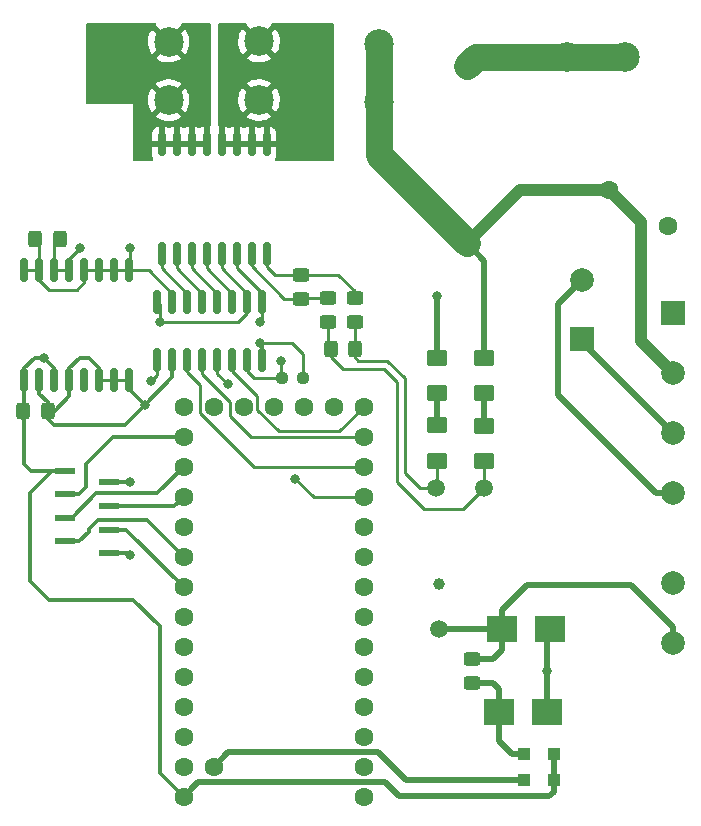
<source format=gtl>
G04 #@! TF.GenerationSoftware,KiCad,Pcbnew,(6.0.1-0)*
G04 #@! TF.CreationDate,2022-03-11T16:57:28+01:00*
G04 #@! TF.ProjectId,PowerAnalyzer_ACS71020_V2,506f7765-7241-46e6-916c-797a65725f41,2.2*
G04 #@! TF.SameCoordinates,Original*
G04 #@! TF.FileFunction,Copper,L1,Top*
G04 #@! TF.FilePolarity,Positive*
%FSLAX46Y46*%
G04 Gerber Fmt 4.6, Leading zero omitted, Abs format (unit mm)*
G04 Created by KiCad (PCBNEW (6.0.1-0)) date 2022-03-11 16:57:28*
%MOMM*%
%LPD*%
G01*
G04 APERTURE LIST*
G04 Aperture macros list*
%AMRoundRect*
0 Rectangle with rounded corners*
0 $1 Rounding radius*
0 $2 $3 $4 $5 $6 $7 $8 $9 X,Y pos of 4 corners*
0 Add a 4 corners polygon primitive as box body*
4,1,4,$2,$3,$4,$5,$6,$7,$8,$9,$2,$3,0*
0 Add four circle primitives for the rounded corners*
1,1,$1+$1,$2,$3*
1,1,$1+$1,$4,$5*
1,1,$1+$1,$6,$7*
1,1,$1+$1,$8,$9*
0 Add four rect primitives between the rounded corners*
20,1,$1+$1,$2,$3,$4,$5,0*
20,1,$1+$1,$4,$5,$6,$7,0*
20,1,$1+$1,$6,$7,$8,$9,0*
20,1,$1+$1,$8,$9,$2,$3,0*%
G04 Aperture macros list end*
G04 #@! TA.AperFunction,ComponentPad*
%ADD10C,2.500000*%
G04 #@! TD*
G04 #@! TA.AperFunction,SMDPad,CuDef*
%ADD11RoundRect,0.250001X0.624999X-0.462499X0.624999X0.462499X-0.624999X0.462499X-0.624999X-0.462499X0*%
G04 #@! TD*
G04 #@! TA.AperFunction,ComponentPad*
%ADD12R,2.000000X2.000000*%
G04 #@! TD*
G04 #@! TA.AperFunction,ComponentPad*
%ADD13C,2.000000*%
G04 #@! TD*
G04 #@! TA.AperFunction,ComponentPad*
%ADD14C,1.600000*%
G04 #@! TD*
G04 #@! TA.AperFunction,SMDPad,CuDef*
%ADD15RoundRect,0.249999X0.450001X-0.325001X0.450001X0.325001X-0.450001X0.325001X-0.450001X-0.325001X0*%
G04 #@! TD*
G04 #@! TA.AperFunction,SMDPad,CuDef*
%ADD16RoundRect,0.249999X0.325001X0.450001X-0.325001X0.450001X-0.325001X-0.450001X0.325001X-0.450001X0*%
G04 #@! TD*
G04 #@! TA.AperFunction,SMDPad,CuDef*
%ADD17RoundRect,0.250000X-0.450000X0.325000X-0.450000X-0.325000X0.450000X-0.325000X0.450000X0.325000X0*%
G04 #@! TD*
G04 #@! TA.AperFunction,SMDPad,CuDef*
%ADD18R,1.000000X1.000000*%
G04 #@! TD*
G04 #@! TA.AperFunction,SMDPad,CuDef*
%ADD19RoundRect,0.249999X-0.450001X0.325001X-0.450001X-0.325001X0.450001X-0.325001X0.450001X0.325001X0*%
G04 #@! TD*
G04 #@! TA.AperFunction,SMDPad,CuDef*
%ADD20RoundRect,0.150000X-0.150000X0.875000X-0.150000X-0.875000X0.150000X-0.875000X0.150000X0.875000X0*%
G04 #@! TD*
G04 #@! TA.AperFunction,SMDPad,CuDef*
%ADD21RoundRect,0.249999X-0.325001X-0.450001X0.325001X-0.450001X0.325001X0.450001X-0.325001X0.450001X0*%
G04 #@! TD*
G04 #@! TA.AperFunction,SMDPad,CuDef*
%ADD22RoundRect,0.150000X0.150000X-0.825000X0.150000X0.825000X-0.150000X0.825000X-0.150000X-0.825000X0*%
G04 #@! TD*
G04 #@! TA.AperFunction,SMDPad,CuDef*
%ADD23RoundRect,0.150000X0.150000X-0.875000X0.150000X0.875000X-0.150000X0.875000X-0.150000X-0.875000X0*%
G04 #@! TD*
G04 #@! TA.AperFunction,SMDPad,CuDef*
%ADD24R,2.560396X2.299995*%
G04 #@! TD*
G04 #@! TA.AperFunction,SMDPad,CuDef*
%ADD25R,1.700000X0.600000*%
G04 #@! TD*
G04 #@! TA.AperFunction,SMDPad,CuDef*
%ADD26RoundRect,0.237500X-0.250000X-0.237500X0.250000X-0.237500X0.250000X0.237500X-0.250000X0.237500X0*%
G04 #@! TD*
G04 #@! TA.AperFunction,SMDPad,CuDef*
%ADD27C,1.500000*%
G04 #@! TD*
G04 #@! TA.AperFunction,ComponentPad*
%ADD28C,1.000000*%
G04 #@! TD*
G04 #@! TA.AperFunction,ViaPad*
%ADD29C,0.800000*%
G04 #@! TD*
G04 #@! TA.AperFunction,Conductor*
%ADD30C,0.250000*%
G04 #@! TD*
G04 #@! TA.AperFunction,Conductor*
%ADD31C,0.300000*%
G04 #@! TD*
G04 #@! TA.AperFunction,Conductor*
%ADD32C,0.500000*%
G04 #@! TD*
G04 #@! TA.AperFunction,Conductor*
%ADD33C,2.250000*%
G04 #@! TD*
G04 #@! TA.AperFunction,Conductor*
%ADD34C,1.000000*%
G04 #@! TD*
G04 APERTURE END LIST*
D10*
X87668100Y-122986800D03*
X87668100Y-127936800D03*
X80010000Y-127949500D03*
X80010000Y-122999500D03*
D11*
X106750000Y-158487500D03*
X106750000Y-155512500D03*
D12*
X115000000Y-148193000D03*
D13*
X115000000Y-143193000D03*
D14*
X117300000Y-135600000D03*
X122300000Y-138600000D03*
D10*
X113730000Y-124265000D03*
X118680000Y-124265000D03*
D15*
X93500000Y-146775000D03*
X93500000Y-144725000D03*
D11*
X102750000Y-158475000D03*
X102750000Y-155500000D03*
X106750000Y-152737500D03*
X106750000Y-149762500D03*
D10*
X97790000Y-123190000D03*
X97790000Y-128140000D03*
D12*
X122700000Y-146000000D03*
D13*
X122700000Y-151080000D03*
X122700000Y-156160000D03*
X122700000Y-161240000D03*
X122700000Y-168860000D03*
X122700000Y-173940000D03*
D16*
X95775000Y-149000000D03*
X93725000Y-149000000D03*
D17*
X91250000Y-142750000D03*
X91250000Y-144800000D03*
D18*
X112600000Y-185500000D03*
X110100000Y-185500000D03*
D19*
X105664000Y-175251000D03*
X105664000Y-177301000D03*
D18*
X112600000Y-183350000D03*
X110100000Y-183350000D03*
D20*
X88303000Y-131693000D03*
X87033000Y-131693000D03*
X85763000Y-131693000D03*
X84493000Y-131693000D03*
X83223000Y-131693000D03*
X81953000Y-131693000D03*
X80683000Y-131693000D03*
X79413000Y-131693000D03*
X79413000Y-140993000D03*
X80683000Y-140993000D03*
X81953000Y-140993000D03*
X83223000Y-140993000D03*
X84493000Y-140993000D03*
X85763000Y-140993000D03*
X87033000Y-140993000D03*
X88303000Y-140993000D03*
D21*
X68725000Y-139750000D03*
X70775000Y-139750000D03*
D14*
X96520000Y-186944000D03*
X96520000Y-184404000D03*
X96520000Y-181864000D03*
X96520000Y-179324000D03*
X96520000Y-176784000D03*
X96520000Y-174244000D03*
X96520000Y-171704000D03*
X96520000Y-169164000D03*
X96520000Y-166624000D03*
X96520000Y-164084000D03*
X96520000Y-161544000D03*
X96520000Y-159004000D03*
X96520000Y-156464000D03*
X96520000Y-153924000D03*
X93980000Y-153924000D03*
X91440000Y-153924000D03*
X88900000Y-153924000D03*
X86360000Y-153924000D03*
X83820000Y-153924000D03*
X81280000Y-153924000D03*
X81280000Y-156464000D03*
X81280000Y-159004000D03*
X81280000Y-161544000D03*
X81280000Y-164084000D03*
X81280000Y-166624000D03*
X81280000Y-169164000D03*
X81280000Y-171704000D03*
X81280000Y-174244000D03*
X81280000Y-176784000D03*
X81280000Y-179324000D03*
X81280000Y-181864000D03*
X81280000Y-184404000D03*
X81280000Y-186944000D03*
X83820000Y-184404000D03*
D22*
X79055000Y-149975000D03*
X80325000Y-149975000D03*
X81595000Y-149975000D03*
X82865000Y-149975000D03*
X84135000Y-149975000D03*
X85405000Y-149975000D03*
X86675000Y-149975000D03*
X87945000Y-149975000D03*
X87945000Y-145025000D03*
X86675000Y-145025000D03*
X85405000Y-145025000D03*
X84135000Y-145025000D03*
X82865000Y-145025000D03*
X81595000Y-145025000D03*
X80325000Y-145025000D03*
X79055000Y-145025000D03*
D13*
X105250000Y-125088000D03*
X105250000Y-140088000D03*
D23*
X67805000Y-151650000D03*
X69075000Y-151650000D03*
X70345000Y-151650000D03*
X71615000Y-151650000D03*
X72885000Y-151650000D03*
X74155000Y-151650000D03*
X75425000Y-151650000D03*
X76695000Y-151650000D03*
X76695000Y-142350000D03*
X75425000Y-142350000D03*
X74155000Y-142350000D03*
X72885000Y-142350000D03*
X71615000Y-142350000D03*
X70345000Y-142350000D03*
X69075000Y-142350000D03*
X67805000Y-142350000D03*
D21*
X67725000Y-154250000D03*
X69775000Y-154250000D03*
D24*
X108227804Y-172750000D03*
X112272196Y-172750000D03*
D11*
X102750000Y-152737500D03*
X102750000Y-149762500D03*
D15*
X95750000Y-146775000D03*
X95750000Y-144725000D03*
D24*
X107977804Y-179750000D03*
X112022196Y-179750000D03*
D25*
X71270000Y-159320000D03*
X74970000Y-160320000D03*
X71270000Y-161320000D03*
X74970000Y-162320000D03*
X71270000Y-163320000D03*
X74970000Y-164320000D03*
X71270000Y-165320000D03*
X74970000Y-166320000D03*
D26*
X89587500Y-151500000D03*
X91412500Y-151500000D03*
D27*
X106680000Y-160782000D03*
X102870000Y-172720000D03*
D28*
X102870000Y-168910000D03*
D27*
X102616000Y-160782000D03*
D29*
X87750000Y-146750000D03*
X76750000Y-140500000D03*
X87750000Y-148500000D03*
X78000000Y-153750000D03*
X76750000Y-160250000D03*
X76750000Y-166500000D03*
X112022196Y-176267804D03*
X79250000Y-146750000D03*
X72500000Y-140500000D03*
X75250000Y-122000000D03*
X82804000Y-124968000D03*
X74000000Y-122000000D03*
X82804000Y-123444000D03*
X82804000Y-121920000D03*
X74000000Y-125750000D03*
X82804000Y-126492000D03*
X77500000Y-122000000D03*
X74000000Y-124500000D03*
X74000000Y-127000000D03*
X76500000Y-122000000D03*
X82804000Y-128016000D03*
X74000000Y-123250000D03*
X69500000Y-149750000D03*
X78500000Y-151750000D03*
X90750000Y-160000000D03*
X89500000Y-150000000D03*
X93250000Y-128250000D03*
X102750000Y-144500000D03*
X84900000Y-121900000D03*
X84900000Y-128000000D03*
X90750000Y-122000000D03*
X93250000Y-129500000D03*
X84900000Y-123400000D03*
X93250000Y-132000000D03*
X93250000Y-122000000D03*
X93250000Y-127000000D03*
X93250000Y-123250000D03*
X84900000Y-125000000D03*
X92000000Y-122000000D03*
X93250000Y-124500000D03*
X84900000Y-126500000D03*
X93250000Y-130750000D03*
X93250000Y-125750000D03*
X85000000Y-152000000D03*
D30*
X78350000Y-142350000D02*
X76695000Y-142350000D01*
X69075000Y-142350000D02*
X69075000Y-143175000D01*
X85763000Y-142123000D02*
X85763000Y-140993000D01*
X87945000Y-144305000D02*
X85763000Y-142123000D01*
X72885000Y-143375000D02*
X72885000Y-142350000D01*
X87945000Y-145025000D02*
X87945000Y-144305000D01*
X87945000Y-145025000D02*
X87945000Y-146555000D01*
X69900000Y-144000000D02*
X72260000Y-144000000D01*
X76750000Y-140500000D02*
X76750000Y-142295000D01*
X80325000Y-144325000D02*
X78350000Y-142350000D01*
X69075000Y-142350000D02*
X69075000Y-140100000D01*
X80325000Y-145025000D02*
X80325000Y-144325000D01*
X72260000Y-144000000D02*
X72885000Y-143375000D01*
X67805000Y-142350000D02*
X69075000Y-142350000D01*
X76750000Y-142295000D02*
X76695000Y-142350000D01*
X87945000Y-146555000D02*
X87750000Y-146750000D01*
X69075000Y-143175000D02*
X69900000Y-144000000D01*
X76695000Y-142350000D02*
X72885000Y-142350000D01*
X69075000Y-140100000D02*
X68725000Y-139750000D01*
D31*
X69075000Y-152825000D02*
X69775000Y-153525000D01*
X71615000Y-152985000D02*
X71615000Y-152675000D01*
D30*
X90500000Y-148500000D02*
X87750000Y-148500000D01*
D31*
X80325000Y-151425000D02*
X80325000Y-149975000D01*
X70350000Y-154250000D02*
X71615000Y-152985000D01*
X76695000Y-152445000D02*
X78000000Y-153750000D01*
D30*
X76695000Y-151650000D02*
X74155000Y-151650000D01*
X87945000Y-148695000D02*
X87750000Y-148500000D01*
D31*
X69775000Y-154250000D02*
X69775000Y-154950000D01*
X71615000Y-152675000D02*
X71615000Y-151650000D01*
X71615000Y-150625000D02*
X72490000Y-149750000D01*
X74970000Y-166320000D02*
X76570000Y-166320000D01*
X74155000Y-150625000D02*
X74155000Y-151650000D01*
X78000000Y-153750000D02*
X80325000Y-151425000D01*
D32*
X112022196Y-176267804D02*
X112022196Y-173000000D01*
D31*
X76680000Y-160320000D02*
X76750000Y-160250000D01*
X71615000Y-151650000D02*
X71615000Y-150625000D01*
X69075000Y-151650000D02*
X69075000Y-152825000D01*
X76570000Y-166320000D02*
X76750000Y-166500000D01*
D32*
X112022196Y-173000000D02*
X112272196Y-172750000D01*
D31*
X69775000Y-154250000D02*
X70350000Y-154250000D01*
X76695000Y-151650000D02*
X76695000Y-152445000D01*
X72490000Y-149750000D02*
X73280000Y-149750000D01*
X76300000Y-155450000D02*
X78000000Y-153750000D01*
D30*
X91412500Y-151500000D02*
X91412500Y-149412500D01*
D31*
X74970000Y-160320000D02*
X76680000Y-160320000D01*
D30*
X87945000Y-149975000D02*
X87945000Y-148695000D01*
D31*
X70275000Y-155450000D02*
X76300000Y-155450000D01*
X69775000Y-153525000D02*
X69775000Y-154250000D01*
D30*
X91412500Y-149412500D02*
X90500000Y-148500000D01*
D31*
X69775000Y-154950000D02*
X70275000Y-155450000D01*
X73280000Y-149750000D02*
X74155000Y-150625000D01*
D32*
X112022196Y-176267804D02*
X112022196Y-179750000D01*
D30*
X99325010Y-151825010D02*
X98250000Y-150750000D01*
X93500000Y-148775000D02*
X93725000Y-149000000D01*
X93725000Y-149700000D02*
X93725000Y-149000000D01*
X98250000Y-150750000D02*
X94775000Y-150750000D01*
X94775000Y-150750000D02*
X93725000Y-149700000D01*
X106750000Y-160712000D02*
X106680000Y-160782000D01*
X106680000Y-160782000D02*
X104902000Y-162560000D01*
X93500000Y-146775000D02*
X93500000Y-148775000D01*
X104902000Y-162560000D02*
X101600000Y-162560000D01*
X99325010Y-160285010D02*
X99325010Y-151825010D01*
X106750000Y-158487500D02*
X106750000Y-160712000D01*
X101600000Y-162560000D02*
X99325010Y-160285010D01*
X95750000Y-148975000D02*
X95775000Y-149000000D01*
X102750000Y-160648000D02*
X102616000Y-160782000D01*
X100000000Y-151500000D02*
X98500000Y-150000000D01*
X98500000Y-150000000D02*
X96075000Y-150000000D01*
X102616000Y-160782000D02*
X101282000Y-160782000D01*
X102750000Y-158475000D02*
X102750000Y-160648000D01*
X95750000Y-146775000D02*
X95750000Y-148975000D01*
X96075000Y-150000000D02*
X95775000Y-149700000D01*
X100000000Y-159500000D02*
X100000000Y-151500000D01*
X101282000Y-160782000D02*
X100000000Y-159500000D01*
X95775000Y-149700000D02*
X95775000Y-149000000D01*
D32*
X106750000Y-152737500D02*
X106750000Y-155512500D01*
X108227804Y-171100003D02*
X110327807Y-169000000D01*
X102900000Y-172750000D02*
X102870000Y-172720000D01*
X110327807Y-169000000D02*
X119174213Y-169000000D01*
X108227804Y-172750000D02*
X102900000Y-172750000D01*
X122700000Y-172525787D02*
X122700000Y-173940000D01*
X108227804Y-172750000D02*
X108227804Y-174474196D01*
X119174213Y-169000000D02*
X122700000Y-172525787D01*
X108227804Y-174474196D02*
X107451000Y-175251000D01*
X107451000Y-175251000D02*
X105664000Y-175251000D01*
X108227804Y-171100003D02*
X108227804Y-172750000D01*
D30*
X79250000Y-145220000D02*
X79055000Y-145025000D01*
X86675000Y-144325000D02*
X84493000Y-142143000D01*
X71615000Y-142350000D02*
X70345000Y-142350000D01*
X79250000Y-146750000D02*
X79250000Y-145220000D01*
X71615000Y-142350000D02*
X71615000Y-141385000D01*
X85925000Y-146750000D02*
X86675000Y-146000000D01*
X71615000Y-141385000D02*
X72500000Y-140500000D01*
X86675000Y-145025000D02*
X86675000Y-146000000D01*
X70345000Y-140180000D02*
X70775000Y-139750000D01*
X79250000Y-146750000D02*
X85925000Y-146750000D01*
X84493000Y-142143000D02*
X84493000Y-140993000D01*
X70345000Y-142350000D02*
X70345000Y-140180000D01*
X86675000Y-145025000D02*
X86675000Y-144325000D01*
D31*
X81280000Y-156464000D02*
X75286000Y-156464000D01*
X73000000Y-160740000D02*
X72420000Y-161320000D01*
X75286000Y-156464000D02*
X73000000Y-158750000D01*
X73000000Y-158750000D02*
X73000000Y-160740000D01*
X72420000Y-161320000D02*
X71270000Y-161320000D01*
X80504000Y-162320000D02*
X81280000Y-161544000D01*
X74970000Y-162320000D02*
X80504000Y-162320000D01*
X79034000Y-161250000D02*
X81280000Y-159004000D01*
X73890000Y-161250000D02*
X79034000Y-161250000D01*
X71270000Y-163320000D02*
X71820000Y-163320000D01*
X71820000Y-163320000D02*
X73890000Y-161250000D01*
X74970000Y-164320000D02*
X76436000Y-164320000D01*
X76436000Y-164320000D02*
X81280000Y-169164000D01*
X74009998Y-163500000D02*
X78156000Y-163500000D01*
X71270000Y-165320000D02*
X72420000Y-165320000D01*
X78156000Y-163500000D02*
X81280000Y-166624000D01*
X73250000Y-164490000D02*
X73250000Y-164259998D01*
X72420000Y-165320000D02*
X73250000Y-164490000D01*
X73250000Y-164259998D02*
X74009998Y-163500000D01*
D30*
X79413000Y-142163000D02*
X79413000Y-140993000D01*
X81595000Y-145025000D02*
X81595000Y-144345000D01*
X81595000Y-144345000D02*
X79413000Y-142163000D01*
X82865000Y-144385000D02*
X80683000Y-142203000D01*
X80683000Y-142203000D02*
X80683000Y-142018000D01*
X80683000Y-142018000D02*
X80683000Y-140993000D01*
X82865000Y-145025000D02*
X82865000Y-144385000D01*
X81953000Y-142183000D02*
X81953000Y-140993000D01*
X84135000Y-144365000D02*
X81953000Y-142183000D01*
X84135000Y-145025000D02*
X84135000Y-144365000D01*
X85405000Y-145025000D02*
X85405000Y-144345000D01*
X85405000Y-144345000D02*
X83223000Y-142163000D01*
X83223000Y-142163000D02*
X83223000Y-140993000D01*
X95750000Y-144150000D02*
X95750000Y-144725000D01*
X91250000Y-142750000D02*
X94350000Y-142750000D01*
X91250000Y-142750000D02*
X89000000Y-142750000D01*
X89000000Y-142750000D02*
X88303000Y-142053000D01*
X88303000Y-140993000D02*
X88303000Y-142053000D01*
X94350000Y-142750000D02*
X95750000Y-144150000D01*
X96534000Y-171704000D02*
X96520000Y-171704000D01*
X96534000Y-169164000D02*
X96520000Y-169164000D01*
D31*
X70345000Y-151650000D02*
X70345000Y-150625000D01*
D30*
X79055000Y-151195000D02*
X78500000Y-151750000D01*
D31*
X67750000Y-158750000D02*
X68320000Y-159320000D01*
D32*
X82530001Y-185693999D02*
X82079999Y-186144001D01*
D31*
X67750000Y-154975000D02*
X67750000Y-158750000D01*
D32*
X82079999Y-186144001D02*
X81280000Y-186944000D01*
D30*
X79055000Y-149975000D02*
X79055000Y-151195000D01*
D32*
X112600000Y-185500000D02*
X112600000Y-186500000D01*
D31*
X71270000Y-159320000D02*
X70120000Y-159320000D01*
X69500000Y-149750000D02*
X69470000Y-149750000D01*
X67805000Y-151650000D02*
X67805000Y-154170000D01*
X79250000Y-184914000D02*
X81280000Y-186944000D01*
X68680000Y-149750000D02*
X67805000Y-150625000D01*
D32*
X98293999Y-185693999D02*
X82530001Y-185693999D01*
D31*
X67805000Y-150625000D02*
X67805000Y-151650000D01*
X77018992Y-170250000D02*
X79250000Y-172481008D01*
D32*
X112600000Y-186500000D02*
X112200000Y-186900000D01*
X112200000Y-186900000D02*
X99500000Y-186900000D01*
D31*
X79250000Y-172481008D02*
X79250000Y-184914000D01*
X69871028Y-170250000D02*
X77018992Y-170250000D01*
X68250000Y-161190000D02*
X68250000Y-168628972D01*
X68320000Y-159320000D02*
X71270000Y-159320000D01*
X70120000Y-159320000D02*
X68250000Y-161190000D01*
X69470000Y-149750000D02*
X68680000Y-149750000D01*
X70345000Y-150625000D02*
X69500000Y-149750000D01*
X67725000Y-154250000D02*
X67725000Y-154950000D01*
X67725000Y-154950000D02*
X67750000Y-154975000D01*
D32*
X112600000Y-183350000D02*
X112600000Y-185500000D01*
D31*
X68250000Y-168628972D02*
X69871028Y-170250000D01*
D32*
X99500000Y-186900000D02*
X98293999Y-185693999D01*
X122700000Y-156160000D02*
X115000000Y-148460000D01*
X115000000Y-148460000D02*
X115000000Y-148193000D01*
X107977804Y-177827804D02*
X107451000Y-177301000D01*
X107977804Y-179750000D02*
X107977804Y-177827804D01*
X107451000Y-177301000D02*
X105664000Y-177301000D01*
X109100000Y-183350000D02*
X107977804Y-182227804D01*
X110100000Y-183350000D02*
X109100000Y-183350000D01*
X107977804Y-182227804D02*
X107977804Y-179750000D01*
D30*
X87033000Y-142018000D02*
X87033000Y-140993000D01*
X91250000Y-144800000D02*
X89815000Y-144800000D01*
X89815000Y-144800000D02*
X87033000Y-142018000D01*
X93500000Y-144725000D02*
X91325000Y-144725000D01*
X91325000Y-144725000D02*
X91250000Y-144800000D01*
D32*
X85070001Y-183153999D02*
X97753999Y-183153999D01*
X100100000Y-185500000D02*
X110100000Y-185500000D01*
X83820000Y-184404000D02*
X85070001Y-183153999D01*
X97753999Y-183153999D02*
X100100000Y-185500000D01*
D33*
X113730000Y-124265000D02*
X106073000Y-124265000D01*
X118680000Y-124265000D02*
X113730000Y-124265000D01*
X106073000Y-124265000D02*
X105250000Y-125088000D01*
D32*
X113000000Y-145193000D02*
X115000000Y-143193000D01*
X121285787Y-161240000D02*
X113000000Y-152954213D01*
X113000000Y-152954213D02*
X113000000Y-145193000D01*
X122700000Y-161240000D02*
X121285787Y-161240000D01*
D30*
X92294000Y-161544000D02*
X90750000Y-160000000D01*
X89500000Y-150000000D02*
X89500000Y-151412500D01*
X87250000Y-151500000D02*
X89587500Y-151500000D01*
D31*
X89500000Y-151412500D02*
X89587500Y-151500000D01*
D30*
X86675000Y-150925000D02*
X87250000Y-151500000D01*
X96520000Y-161544000D02*
X92294000Y-161544000D01*
X86675000Y-149975000D02*
X86675000Y-150925000D01*
X82694999Y-152049999D02*
X82694999Y-154464001D01*
X81595000Y-150950000D02*
X82694999Y-152049999D01*
X81595000Y-149975000D02*
X81595000Y-150950000D01*
X87234998Y-159004000D02*
X95388630Y-159004000D01*
X82694999Y-154464001D02*
X87234998Y-159004000D01*
X95388630Y-159004000D02*
X96520000Y-159004000D01*
D32*
X106750000Y-146762500D02*
X106750000Y-141588000D01*
X106750000Y-146762500D02*
X106750000Y-149762500D01*
D33*
X97790000Y-132628000D02*
X105250000Y-140088000D01*
D34*
X122700000Y-151080000D02*
X120000000Y-148380000D01*
X117300000Y-135600000D02*
X109738000Y-135600000D01*
D32*
X106750000Y-141588000D02*
X105250000Y-140088000D01*
D34*
X120000000Y-138300000D02*
X117300000Y-135600000D01*
X109738000Y-135600000D02*
X105250000Y-140088000D01*
D33*
X97790000Y-128140000D02*
X97790000Y-132628000D01*
X97790000Y-123190000D02*
X97790000Y-128140000D01*
D34*
X120000000Y-148380000D02*
X120000000Y-138300000D01*
D32*
X102750000Y-146762500D02*
X102750000Y-144500000D01*
X102750000Y-146762500D02*
X102750000Y-149762500D01*
D30*
X82865000Y-149975000D02*
X82865000Y-151115000D01*
X82865000Y-151115000D02*
X85234999Y-153484999D01*
X86964000Y-156464000D02*
X96520000Y-156464000D01*
X85234999Y-153484999D02*
X85234999Y-154734999D01*
X85234999Y-154734999D02*
X86964000Y-156464000D01*
X84135000Y-151135000D02*
X85000000Y-152000000D01*
X84135000Y-149975000D02*
X84135000Y-151135000D01*
X89339825Y-155989480D02*
X87509511Y-154159166D01*
X85405000Y-150905000D02*
X85405000Y-149975000D01*
X96520000Y-153924000D02*
X94454520Y-155989480D01*
X87509511Y-153009511D02*
X85405000Y-150905000D01*
X87509511Y-154159166D02*
X87509511Y-153009511D01*
X94454520Y-155989480D02*
X89339825Y-155989480D01*
D32*
X102750000Y-152737500D02*
X102750000Y-155500000D01*
G04 #@! TA.AperFunction,Conductor*
G36*
X86566389Y-121432002D02*
G01*
X86612882Y-121485658D01*
X86623144Y-121554795D01*
X86620562Y-121573991D01*
X86625889Y-121585379D01*
X87655288Y-122614778D01*
X87669232Y-122622392D01*
X87671065Y-122622261D01*
X87677680Y-122618010D01*
X88706519Y-121589171D01*
X88714134Y-121575227D01*
X88712114Y-121546989D01*
X88727205Y-121477615D01*
X88777408Y-121427412D01*
X88837793Y-121412000D01*
X93874000Y-121412000D01*
X93942121Y-121432002D01*
X93988614Y-121485658D01*
X94000000Y-121538000D01*
X94000000Y-132970000D01*
X93979998Y-133038121D01*
X93926342Y-133084614D01*
X93874000Y-133096000D01*
X89126100Y-133096000D01*
X89057979Y-133075998D01*
X89011486Y-133022342D01*
X89001382Y-132952068D01*
X89017646Y-132905861D01*
X89057648Y-132838221D01*
X89063893Y-132823790D01*
X89106269Y-132677935D01*
X89108570Y-132665333D01*
X89110807Y-132636916D01*
X89111000Y-132631986D01*
X89111000Y-131965115D01*
X89106525Y-131949876D01*
X89105135Y-131948671D01*
X89097452Y-131947000D01*
X84365000Y-131947000D01*
X84296879Y-131926998D01*
X84250386Y-131873342D01*
X84239000Y-131821000D01*
X84239000Y-131420885D01*
X84747000Y-131420885D01*
X84751475Y-131436124D01*
X84752865Y-131437329D01*
X84760548Y-131439000D01*
X85490885Y-131439000D01*
X85506124Y-131434525D01*
X85507329Y-131433135D01*
X85509000Y-131425452D01*
X85509000Y-131420885D01*
X86017000Y-131420885D01*
X86021475Y-131436124D01*
X86022865Y-131437329D01*
X86030548Y-131439000D01*
X86760885Y-131439000D01*
X86776124Y-131434525D01*
X86777329Y-131433135D01*
X86779000Y-131425452D01*
X86779000Y-131420885D01*
X87287000Y-131420885D01*
X87291475Y-131436124D01*
X87292865Y-131437329D01*
X87300548Y-131439000D01*
X88030885Y-131439000D01*
X88046124Y-131434525D01*
X88047329Y-131433135D01*
X88049000Y-131425452D01*
X88049000Y-131420885D01*
X88557000Y-131420885D01*
X88561475Y-131436124D01*
X88562865Y-131437329D01*
X88570548Y-131439000D01*
X89092884Y-131439000D01*
X89108123Y-131434525D01*
X89109328Y-131433135D01*
X89110999Y-131425452D01*
X89110999Y-130754017D01*
X89110805Y-130749080D01*
X89108570Y-130720664D01*
X89106270Y-130708069D01*
X89063893Y-130562210D01*
X89057648Y-130547779D01*
X88981089Y-130418322D01*
X88971449Y-130405896D01*
X88865104Y-130299551D01*
X88852678Y-130289911D01*
X88723221Y-130213352D01*
X88708790Y-130207107D01*
X88574395Y-130168061D01*
X88560294Y-130168101D01*
X88557000Y-130175370D01*
X88557000Y-131420885D01*
X88049000Y-131420885D01*
X88049000Y-130181122D01*
X88045027Y-130167591D01*
X88037129Y-130166456D01*
X87897210Y-130207107D01*
X87882779Y-130213352D01*
X87753322Y-130289912D01*
X87745230Y-130296189D01*
X87679146Y-130322139D01*
X87609523Y-130308241D01*
X87590770Y-130296189D01*
X87582678Y-130289912D01*
X87453221Y-130213352D01*
X87438790Y-130207107D01*
X87304395Y-130168061D01*
X87290294Y-130168101D01*
X87287000Y-130175370D01*
X87287000Y-131420885D01*
X86779000Y-131420885D01*
X86779000Y-130181122D01*
X86775027Y-130167591D01*
X86767129Y-130166456D01*
X86627210Y-130207107D01*
X86612779Y-130213352D01*
X86483322Y-130289912D01*
X86475230Y-130296189D01*
X86409146Y-130322139D01*
X86339523Y-130308241D01*
X86320770Y-130296189D01*
X86312678Y-130289912D01*
X86183221Y-130213352D01*
X86168790Y-130207107D01*
X86034395Y-130168061D01*
X86020294Y-130168101D01*
X86017000Y-130175370D01*
X86017000Y-131420885D01*
X85509000Y-131420885D01*
X85509000Y-130181122D01*
X85505027Y-130167591D01*
X85497129Y-130166456D01*
X85357210Y-130207107D01*
X85342779Y-130213352D01*
X85213322Y-130289912D01*
X85205230Y-130296189D01*
X85139146Y-130322139D01*
X85069523Y-130308241D01*
X85050770Y-130296189D01*
X85042678Y-130289912D01*
X84913221Y-130213352D01*
X84898790Y-130207107D01*
X84764395Y-130168061D01*
X84750294Y-130168101D01*
X84747000Y-130175370D01*
X84747000Y-131420885D01*
X84239000Y-131420885D01*
X84239000Y-130181122D01*
X84230811Y-130153234D01*
X84206104Y-130114791D01*
X84201000Y-130079291D01*
X84201000Y-129345933D01*
X86623712Y-129345933D01*
X86632425Y-129357453D01*
X86730118Y-129429084D01*
X86738028Y-129434027D01*
X86960990Y-129551333D01*
X86969553Y-129555056D01*
X87207404Y-129638118D01*
X87216413Y-129640532D01*
X87463942Y-129687527D01*
X87473198Y-129688581D01*
X87724957Y-129698473D01*
X87734271Y-129698147D01*
X87984715Y-129670720D01*
X87993892Y-129669019D01*
X88237531Y-129604874D01*
X88246351Y-129601837D01*
X88477836Y-129502383D01*
X88486108Y-129498076D01*
X88700349Y-129365500D01*
X88707288Y-129360458D01*
X88715618Y-129347819D01*
X88709556Y-129337466D01*
X87680912Y-128308822D01*
X87666968Y-128301208D01*
X87665135Y-128301339D01*
X87658520Y-128305590D01*
X86630370Y-129333740D01*
X86623712Y-129345933D01*
X84201000Y-129345933D01*
X84201000Y-127895323D01*
X85905998Y-127895323D01*
X85918087Y-128146975D01*
X85919224Y-128156235D01*
X85968374Y-128403335D01*
X85970868Y-128412328D01*
X86056000Y-128649439D01*
X86059800Y-128657974D01*
X86179046Y-128879901D01*
X86184057Y-128887768D01*
X86247546Y-128972790D01*
X86258804Y-128981239D01*
X86271223Y-128974467D01*
X87296078Y-127949612D01*
X87302456Y-127937932D01*
X88032508Y-127937932D01*
X88032639Y-127939765D01*
X88036890Y-127946380D01*
X89068013Y-128977503D01*
X89080393Y-128984263D01*
X89088734Y-128978019D01*
X89214865Y-128781927D01*
X89219312Y-128773736D01*
X89322791Y-128544022D01*
X89325982Y-128535255D01*
X89394369Y-128292776D01*
X89396229Y-128283634D01*
X89428216Y-128032196D01*
X89428697Y-128025908D01*
X89430947Y-127939960D01*
X89430796Y-127933651D01*
X89412012Y-127680874D01*
X89410636Y-127671668D01*
X89355029Y-127425926D01*
X89352305Y-127417015D01*
X89260988Y-127182192D01*
X89256977Y-127173783D01*
X89131954Y-126955040D01*
X89126743Y-126947314D01*
X89089491Y-126900061D01*
X89077566Y-126891590D01*
X89066034Y-126898076D01*
X88040122Y-127923988D01*
X88032508Y-127937932D01*
X87302456Y-127937932D01*
X87303692Y-127935668D01*
X87303561Y-127933835D01*
X87299310Y-127927220D01*
X86269421Y-126897331D01*
X86256113Y-126890064D01*
X86246074Y-126897186D01*
X86235861Y-126909466D01*
X86230446Y-126917058D01*
X86099746Y-127132446D01*
X86095508Y-127140763D01*
X85998081Y-127373099D01*
X85995120Y-127381949D01*
X85933106Y-127626131D01*
X85931484Y-127635328D01*
X85906243Y-127885998D01*
X85905998Y-127895323D01*
X84201000Y-127895323D01*
X84201000Y-126525603D01*
X86621316Y-126525603D01*
X86625889Y-126535379D01*
X87655288Y-127564778D01*
X87669232Y-127572392D01*
X87671065Y-127572261D01*
X87677680Y-127568010D01*
X88706519Y-126539171D01*
X88712903Y-126527481D01*
X88703491Y-126515370D01*
X88566693Y-126420470D01*
X88558665Y-126415742D01*
X88332693Y-126304305D01*
X88324060Y-126300817D01*
X88084098Y-126224005D01*
X88075038Y-126221829D01*
X87826360Y-126181329D01*
X87817073Y-126180517D01*
X87565153Y-126177219D01*
X87555842Y-126177789D01*
X87306197Y-126211764D01*
X87297078Y-126213702D01*
X87055198Y-126284204D01*
X87046467Y-126287467D01*
X86817658Y-126392951D01*
X86809506Y-126397470D01*
X86630453Y-126514862D01*
X86621316Y-126525603D01*
X84201000Y-126525603D01*
X84201000Y-124395933D01*
X86623712Y-124395933D01*
X86632425Y-124407453D01*
X86730118Y-124479084D01*
X86738028Y-124484027D01*
X86960990Y-124601333D01*
X86969553Y-124605056D01*
X87207404Y-124688118D01*
X87216413Y-124690532D01*
X87463942Y-124737527D01*
X87473198Y-124738581D01*
X87724957Y-124748473D01*
X87734271Y-124748147D01*
X87984715Y-124720720D01*
X87993892Y-124719019D01*
X88237531Y-124654874D01*
X88246351Y-124651837D01*
X88477836Y-124552383D01*
X88486108Y-124548076D01*
X88700349Y-124415500D01*
X88707288Y-124410458D01*
X88715618Y-124397819D01*
X88709556Y-124387466D01*
X87680912Y-123358822D01*
X87666968Y-123351208D01*
X87665135Y-123351339D01*
X87658520Y-123355590D01*
X86630370Y-124383740D01*
X86623712Y-124395933D01*
X84201000Y-124395933D01*
X84201000Y-122945323D01*
X85905998Y-122945323D01*
X85918087Y-123196975D01*
X85919224Y-123206235D01*
X85968374Y-123453335D01*
X85970868Y-123462328D01*
X86056000Y-123699439D01*
X86059800Y-123707974D01*
X86179046Y-123929901D01*
X86184057Y-123937768D01*
X86247546Y-124022790D01*
X86258804Y-124031239D01*
X86271223Y-124024467D01*
X87296078Y-122999612D01*
X87302456Y-122987932D01*
X88032508Y-122987932D01*
X88032639Y-122989765D01*
X88036890Y-122996380D01*
X89068013Y-124027503D01*
X89080393Y-124034263D01*
X89088734Y-124028019D01*
X89214865Y-123831927D01*
X89219312Y-123823736D01*
X89322791Y-123594022D01*
X89325982Y-123585255D01*
X89394369Y-123342776D01*
X89396229Y-123333634D01*
X89428216Y-123082196D01*
X89428697Y-123075908D01*
X89430947Y-122989960D01*
X89430796Y-122983651D01*
X89412012Y-122730874D01*
X89410636Y-122721668D01*
X89355029Y-122475926D01*
X89352305Y-122467015D01*
X89260988Y-122232192D01*
X89256977Y-122223783D01*
X89131954Y-122005040D01*
X89126743Y-121997314D01*
X89089491Y-121950061D01*
X89077566Y-121941590D01*
X89066034Y-121948076D01*
X88040122Y-122973988D01*
X88032508Y-122987932D01*
X87302456Y-122987932D01*
X87303692Y-122985668D01*
X87303561Y-122983835D01*
X87299310Y-122977220D01*
X86269421Y-121947331D01*
X86256113Y-121940064D01*
X86246074Y-121947186D01*
X86235861Y-121959466D01*
X86230446Y-121967058D01*
X86099746Y-122182446D01*
X86095508Y-122190763D01*
X85998081Y-122423099D01*
X85995120Y-122431949D01*
X85933106Y-122676131D01*
X85931484Y-122685328D01*
X85906243Y-122935998D01*
X85905998Y-122945323D01*
X84201000Y-122945323D01*
X84201000Y-121538000D01*
X84221002Y-121469879D01*
X84274658Y-121423386D01*
X84327000Y-121412000D01*
X86498268Y-121412000D01*
X86566389Y-121432002D01*
G37*
G04 #@! TD.AperFunction*
G04 #@! TA.AperFunction,Conductor*
G36*
X78842164Y-121410212D02*
G01*
X78910277Y-121430240D01*
X78956749Y-121483913D01*
X78966992Y-121553006D01*
X78962462Y-121586690D01*
X78967789Y-121598079D01*
X79997188Y-122627478D01*
X80011132Y-122635092D01*
X80012965Y-122634961D01*
X80019580Y-122630710D01*
X81048419Y-121601871D01*
X81056033Y-121587927D01*
X81054441Y-121565660D01*
X81047626Y-121548349D01*
X81061463Y-121478714D01*
X81110751Y-121427614D01*
X81173169Y-121411094D01*
X83440049Y-121411952D01*
X83508161Y-121431980D01*
X83554633Y-121485653D01*
X83566000Y-121537952D01*
X83566000Y-130042961D01*
X83545998Y-130111082D01*
X83508423Y-130148764D01*
X83481030Y-130166479D01*
X83477000Y-130175371D01*
X83477000Y-131821000D01*
X83456998Y-131889121D01*
X83403342Y-131935614D01*
X83351000Y-131947000D01*
X78623116Y-131947000D01*
X78607877Y-131951475D01*
X78606672Y-131952865D01*
X78605001Y-131960548D01*
X78605001Y-132631984D01*
X78605195Y-132636920D01*
X78607430Y-132665336D01*
X78609730Y-132677931D01*
X78652107Y-132823790D01*
X78658352Y-132838221D01*
X78697239Y-132903976D01*
X78714698Y-132972792D01*
X78692181Y-133040124D01*
X78636836Y-133084593D01*
X78588737Y-133094115D01*
X77176975Y-133093581D01*
X77125952Y-133093562D01*
X77057839Y-133073534D01*
X77011367Y-133019861D01*
X77000000Y-132967562D01*
X77000000Y-131420885D01*
X78605000Y-131420885D01*
X78609475Y-131436124D01*
X78610865Y-131437329D01*
X78618548Y-131439000D01*
X79140885Y-131439000D01*
X79156124Y-131434525D01*
X79157329Y-131433135D01*
X79159000Y-131425452D01*
X79159000Y-131420885D01*
X79667000Y-131420885D01*
X79671475Y-131436124D01*
X79672865Y-131437329D01*
X79680548Y-131439000D01*
X80410885Y-131439000D01*
X80426124Y-131434525D01*
X80427329Y-131433135D01*
X80429000Y-131425452D01*
X80429000Y-131420885D01*
X80937000Y-131420885D01*
X80941475Y-131436124D01*
X80942865Y-131437329D01*
X80950548Y-131439000D01*
X81680885Y-131439000D01*
X81696124Y-131434525D01*
X81697329Y-131433135D01*
X81699000Y-131425452D01*
X81699000Y-131420885D01*
X82207000Y-131420885D01*
X82211475Y-131436124D01*
X82212865Y-131437329D01*
X82220548Y-131439000D01*
X82950885Y-131439000D01*
X82966124Y-131434525D01*
X82967329Y-131433135D01*
X82969000Y-131425452D01*
X82969000Y-130181122D01*
X82965027Y-130167591D01*
X82957129Y-130166456D01*
X82817210Y-130207107D01*
X82802779Y-130213352D01*
X82673322Y-130289912D01*
X82665230Y-130296189D01*
X82599146Y-130322139D01*
X82529523Y-130308241D01*
X82510770Y-130296189D01*
X82502678Y-130289912D01*
X82373221Y-130213352D01*
X82358790Y-130207107D01*
X82224395Y-130168061D01*
X82210294Y-130168101D01*
X82207000Y-130175370D01*
X82207000Y-131420885D01*
X81699000Y-131420885D01*
X81699000Y-130181122D01*
X81695027Y-130167591D01*
X81687129Y-130166456D01*
X81547210Y-130207107D01*
X81532779Y-130213352D01*
X81403322Y-130289912D01*
X81395230Y-130296189D01*
X81329146Y-130322139D01*
X81259523Y-130308241D01*
X81240770Y-130296189D01*
X81232678Y-130289912D01*
X81103221Y-130213352D01*
X81088790Y-130207107D01*
X80954395Y-130168061D01*
X80940294Y-130168101D01*
X80937000Y-130175370D01*
X80937000Y-131420885D01*
X80429000Y-131420885D01*
X80429000Y-130181122D01*
X80425027Y-130167591D01*
X80417129Y-130166456D01*
X80277210Y-130207107D01*
X80262779Y-130213352D01*
X80133322Y-130289912D01*
X80125230Y-130296189D01*
X80059146Y-130322139D01*
X79989523Y-130308241D01*
X79970770Y-130296189D01*
X79962678Y-130289912D01*
X79833221Y-130213352D01*
X79818790Y-130207107D01*
X79684395Y-130168061D01*
X79670294Y-130168101D01*
X79667000Y-130175370D01*
X79667000Y-131420885D01*
X79159000Y-131420885D01*
X79159000Y-130181122D01*
X79155027Y-130167591D01*
X79147129Y-130166456D01*
X79007210Y-130207107D01*
X78992779Y-130213352D01*
X78863322Y-130289911D01*
X78850896Y-130299551D01*
X78744551Y-130405896D01*
X78734911Y-130418322D01*
X78658352Y-130547779D01*
X78652107Y-130562210D01*
X78609731Y-130708065D01*
X78607430Y-130720667D01*
X78605193Y-130749084D01*
X78605000Y-130754014D01*
X78605000Y-131420885D01*
X77000000Y-131420885D01*
X77000000Y-129358633D01*
X78965612Y-129358633D01*
X78974325Y-129370153D01*
X79072018Y-129441784D01*
X79079928Y-129446727D01*
X79302890Y-129564033D01*
X79311453Y-129567756D01*
X79549304Y-129650818D01*
X79558313Y-129653232D01*
X79805842Y-129700227D01*
X79815098Y-129701281D01*
X80066857Y-129711173D01*
X80076171Y-129710847D01*
X80326615Y-129683420D01*
X80335792Y-129681719D01*
X80579431Y-129617574D01*
X80588251Y-129614537D01*
X80819736Y-129515083D01*
X80828008Y-129510776D01*
X81042249Y-129378200D01*
X81049188Y-129373158D01*
X81057518Y-129360519D01*
X81051456Y-129350166D01*
X80022812Y-128321522D01*
X80008868Y-128313908D01*
X80007035Y-128314039D01*
X80000420Y-128318290D01*
X78972270Y-129346440D01*
X78965612Y-129358633D01*
X77000000Y-129358633D01*
X77000000Y-128250000D01*
X73126000Y-128250000D01*
X73057879Y-128229998D01*
X73011386Y-128176342D01*
X73000000Y-128124000D01*
X73000000Y-127908023D01*
X78247898Y-127908023D01*
X78259987Y-128159675D01*
X78261124Y-128168935D01*
X78310274Y-128416035D01*
X78312768Y-128425028D01*
X78397900Y-128662139D01*
X78401700Y-128670674D01*
X78520946Y-128892601D01*
X78525957Y-128900468D01*
X78589446Y-128985490D01*
X78600704Y-128993939D01*
X78613123Y-128987167D01*
X79637978Y-127962312D01*
X79644356Y-127950632D01*
X80374408Y-127950632D01*
X80374539Y-127952465D01*
X80378790Y-127959080D01*
X81409913Y-128990203D01*
X81422293Y-128996963D01*
X81430634Y-128990719D01*
X81556765Y-128794627D01*
X81561212Y-128786436D01*
X81664691Y-128556722D01*
X81667882Y-128547955D01*
X81736269Y-128305476D01*
X81738129Y-128296334D01*
X81770116Y-128044896D01*
X81770597Y-128038608D01*
X81772847Y-127952660D01*
X81772696Y-127946351D01*
X81753912Y-127693574D01*
X81752536Y-127684368D01*
X81696929Y-127438626D01*
X81694205Y-127429715D01*
X81602888Y-127194892D01*
X81598877Y-127186483D01*
X81473854Y-126967740D01*
X81468643Y-126960014D01*
X81431391Y-126912761D01*
X81419466Y-126904290D01*
X81407934Y-126910776D01*
X80382022Y-127936688D01*
X80374408Y-127950632D01*
X79644356Y-127950632D01*
X79645592Y-127948368D01*
X79645461Y-127946535D01*
X79641210Y-127939920D01*
X78611321Y-126910031D01*
X78598013Y-126902764D01*
X78587974Y-126909886D01*
X78577761Y-126922166D01*
X78572346Y-126929758D01*
X78441646Y-127145146D01*
X78437408Y-127153463D01*
X78339981Y-127385799D01*
X78337020Y-127394649D01*
X78275006Y-127638831D01*
X78273384Y-127648028D01*
X78248143Y-127898698D01*
X78247898Y-127908023D01*
X73000000Y-127908023D01*
X73000000Y-126538303D01*
X78963216Y-126538303D01*
X78967789Y-126548079D01*
X79997188Y-127577478D01*
X80011132Y-127585092D01*
X80012965Y-127584961D01*
X80019580Y-127580710D01*
X81048419Y-126551871D01*
X81054803Y-126540181D01*
X81045391Y-126528070D01*
X80908593Y-126433170D01*
X80900565Y-126428442D01*
X80674593Y-126317005D01*
X80665960Y-126313517D01*
X80425998Y-126236705D01*
X80416938Y-126234529D01*
X80168260Y-126194029D01*
X80158973Y-126193217D01*
X79907053Y-126189919D01*
X79897742Y-126190489D01*
X79648097Y-126224464D01*
X79638978Y-126226402D01*
X79397098Y-126296904D01*
X79388367Y-126300167D01*
X79159558Y-126405651D01*
X79151406Y-126410170D01*
X78972353Y-126527562D01*
X78963216Y-126538303D01*
X73000000Y-126538303D01*
X73000000Y-124408633D01*
X78965612Y-124408633D01*
X78974325Y-124420153D01*
X79072018Y-124491784D01*
X79079928Y-124496727D01*
X79302890Y-124614033D01*
X79311453Y-124617756D01*
X79549304Y-124700818D01*
X79558313Y-124703232D01*
X79805842Y-124750227D01*
X79815098Y-124751281D01*
X80066857Y-124761173D01*
X80076171Y-124760847D01*
X80326615Y-124733420D01*
X80335792Y-124731719D01*
X80579431Y-124667574D01*
X80588251Y-124664537D01*
X80819736Y-124565083D01*
X80828008Y-124560776D01*
X81042249Y-124428200D01*
X81049188Y-124423158D01*
X81057518Y-124410519D01*
X81051456Y-124400166D01*
X80022812Y-123371522D01*
X80008868Y-123363908D01*
X80007035Y-123364039D01*
X80000420Y-123368290D01*
X78972270Y-124396440D01*
X78965612Y-124408633D01*
X73000000Y-124408633D01*
X73000000Y-122958023D01*
X78247898Y-122958023D01*
X78259987Y-123209675D01*
X78261124Y-123218935D01*
X78310274Y-123466035D01*
X78312768Y-123475028D01*
X78397900Y-123712139D01*
X78401700Y-123720674D01*
X78520946Y-123942601D01*
X78525957Y-123950468D01*
X78589446Y-124035490D01*
X78600704Y-124043939D01*
X78613123Y-124037167D01*
X79637978Y-123012312D01*
X79644356Y-123000632D01*
X80374408Y-123000632D01*
X80374539Y-123002465D01*
X80378790Y-123009080D01*
X81409913Y-124040203D01*
X81422293Y-124046963D01*
X81430634Y-124040719D01*
X81556765Y-123844627D01*
X81561212Y-123836436D01*
X81664691Y-123606722D01*
X81667882Y-123597955D01*
X81736269Y-123355476D01*
X81738129Y-123346334D01*
X81770116Y-123094896D01*
X81770597Y-123088608D01*
X81772847Y-123002660D01*
X81772696Y-122996351D01*
X81753912Y-122743574D01*
X81752536Y-122734368D01*
X81696929Y-122488626D01*
X81694205Y-122479715D01*
X81602888Y-122244892D01*
X81598877Y-122236483D01*
X81473854Y-122017740D01*
X81468643Y-122010014D01*
X81431391Y-121962761D01*
X81419466Y-121954290D01*
X81407934Y-121960776D01*
X80382022Y-122986688D01*
X80374408Y-123000632D01*
X79644356Y-123000632D01*
X79645592Y-122998368D01*
X79645461Y-122996535D01*
X79641210Y-122989920D01*
X78611321Y-121960031D01*
X78598013Y-121952764D01*
X78587974Y-121959886D01*
X78577761Y-121972166D01*
X78572346Y-121979758D01*
X78441646Y-122195146D01*
X78437408Y-122203463D01*
X78339981Y-122435799D01*
X78337020Y-122444649D01*
X78275006Y-122688831D01*
X78273384Y-122698028D01*
X78248143Y-122948698D01*
X78247898Y-122958023D01*
X73000000Y-122958023D01*
X73000000Y-121534048D01*
X73020002Y-121465927D01*
X73073658Y-121419434D01*
X73126048Y-121408048D01*
X78842164Y-121410212D01*
G37*
G04 #@! TD.AperFunction*
M02*

</source>
